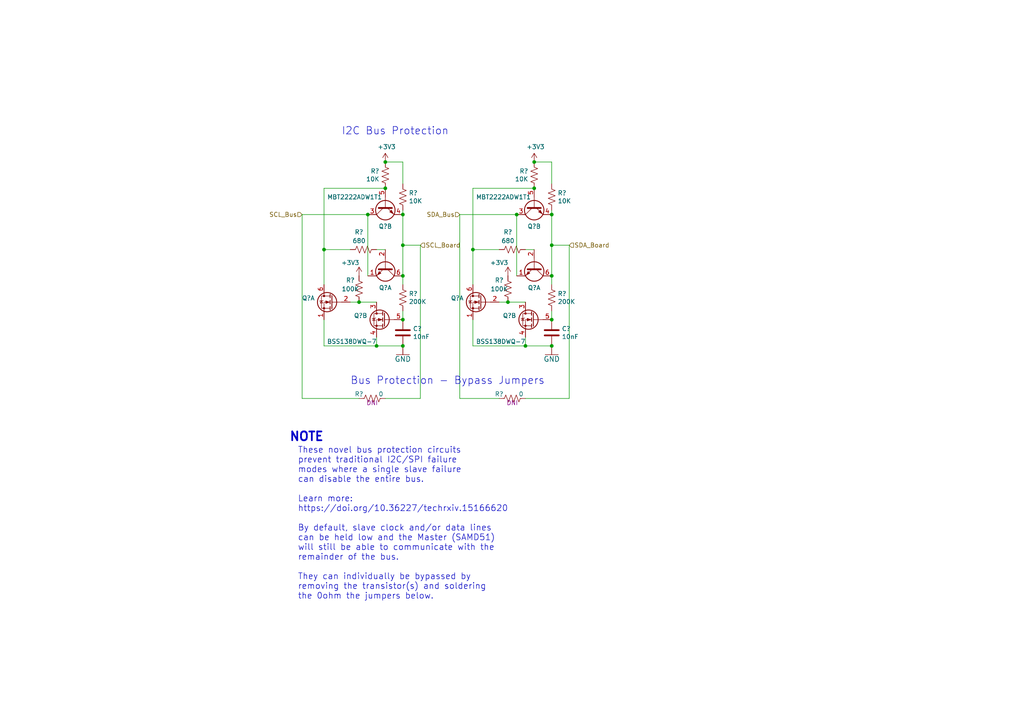
<source format=kicad_sch>
(kicad_sch (version 20230121) (generator eeschema)
  (paper "A4")
  (lib_symbols
    (symbol "Device:C" (pin_numbers hide) (pin_names (offset 0.254))
      (property "Reference" "C" (at 0.635 2.54 0))
      (property "Value" "C" (at 0.635 -2.54 0))
      (symbol "C_0_1"
        (polyline (pts (xy -2.032 -0.762) (xy 2.032 -0.762)) (stroke (width 0.508)))
        (polyline (pts (xy -2.032 0.762) (xy 2.032 0.762)) (stroke (width 0.508)))
      )
      (symbol "C_1_1"
        (pin passive line (at 0 3.81 270) (length 2.794) (name "~") (number "1"))
        (pin passive line (at 0 -3.81 90) (length 2.794) (name "~") (number "2"))
      )
    )
    (symbol "Device:R_US" (pin_numbers hide) (pin_names (offset 0))
      (property "Reference" "R" (at 2.54 0 90))
      (property "Value" "R_US" (at -2.54 0 90))
      (symbol "R_US_0_1"
        (polyline (pts (xy 0 -2.286) (xy 0 -2.54)))
        (polyline (pts (xy 0 2.286) (xy 0 2.54)))
        (polyline (pts (xy 0 -0.762) (xy 1.016 -1.143) (xy 0 -1.524) (xy -1.016 -1.905) (xy 0 -2.286)))
        (polyline (pts (xy 0 0.762) (xy 1.016 0.381) (xy 0 0) (xy -1.016 -0.381) (xy 0 -0.762)))
        (polyline (pts (xy 0 2.286) (xy 1.016 1.905) (xy 0 1.524) (xy -1.016 1.143) (xy 0 0.762)))
      )
      (symbol "R_US_1_1"
        (pin passive line (at 0 3.81 270) (length 1.27) (name "~") (number "1"))
        (pin passive line (at 0 -3.81 90) (length 1.27) (name "~") (number "2"))
      )
    )
    (symbol "Transistor_BJT:MBT2222ADW1T1" (pin_names (offset 0) hide)
      (property "Reference" "Q" (at 5.08 1.27 0))
      (property "Value" "MBT2222ADW1T1" (at 5.08 -1.27 0))
      (symbol "MBT2222ADW1T1_0_1"
        (polyline (pts (xy 0.635 0) (xy -2.54 0)))
        (polyline (pts (xy 0.635 0.635) (xy 2.54 2.54)))
        (polyline (pts (xy 0.635 -0.635) (xy 2.54 -2.54) (xy 2.54 -2.54)))
        (polyline (pts (xy 0.635 1.905) (xy 0.635 -1.905) (xy 0.635 -1.905)) (stroke (width 0.508)))
        (polyline (pts (xy 1.27 -1.778) (xy 1.778 -1.27) (xy 2.286 -2.286) (xy 1.27 -1.778) (xy 1.27 -1.778)) (fill (type outline)))
        (circle (center 1.27 0) (radius 2.8194) (stroke (width 0.254)))
      )
      (symbol "MBT2222ADW1T1_1_1"
        (pin passive line (at 2.54 -5.08 90) (length 2.54) (name "E1") (number "1"))
        (pin input line (at -5.08 0 0) (length 2.54) (name "B1") (number "2"))
        (pin passive line (at 2.54 5.08 270) (length 2.54) (name "C1") (number "6"))
      )
      (symbol "MBT2222ADW1T1_2_1"
        (pin passive line (at 2.54 5.08 270) (length 2.54) (name "C2") (number "3"))
        (pin passive line (at 2.54 -5.08 90) (length 2.54) (name "E2") (number "4"))
        (pin input line (at -5.08 0 0) (length 2.54) (name "B2") (number "5"))
      )
    )
    (symbol "mainboard:BSS138DWQ-7" (pin_names (offset 0.762) hide)
      (property "Reference" "Q" (at -2.54 5.08 0))
      (property "Value" "BSS138DWQ-7" (at 3.81 6.35 0))
      (symbol "BSS138DWQ-7_1_1"
        (polyline (pts (xy -1.016 0) (xy -3.81 0)))
        (polyline (pts (xy -1.016 1.905) (xy -1.016 -1.905)) (stroke (width 0.254)))
        (polyline (pts (xy -0.508 -1.27) (xy -0.508 -2.286)) (stroke (width 0.254)))
        (polyline (pts (xy -0.508 0.508) (xy -0.508 -0.508)) (stroke (width 0.254)))
        (polyline (pts (xy -0.508 2.286) (xy -0.508 1.27)) (stroke (width 0.254)))
        (polyline (pts (xy 1.27 2.54) (xy 1.27 1.778)))
        (polyline (pts (xy 1.27 -2.54) (xy 1.27 0) (xy -0.508 0)))
        (polyline (pts (xy -0.508 -1.778) (xy 2.032 -1.778) (xy 2.032 1.778) (xy -0.508 1.778)))
        (polyline (pts (xy -0.254 0) (xy 0.762 0.381) (xy 0.762 -0.381) (xy -0.254 0)) (fill (type outline)))
        (polyline (pts (xy 1.524 0.508) (xy 1.651 0.381) (xy 2.413 0.381) (xy 2.54 0.254)))
        (polyline (pts (xy 2.032 0.381) (xy 1.651 -0.254) (xy 2.413 -0.254) (xy 2.032 0.381)))
        (circle (center 0.381 0) (radius 2.794) (stroke (width 0.254)))
        (circle (center 1.27 -1.778) (radius 0.254) (fill (type outline)))
        (circle (center 1.27 1.778) (radius 0.254) (fill (type outline)))
        (pin passive line (at 1.27 -5.08 90) (length 2.54) (name "S2") (number "1"))
        (pin input line (at -6.35 0 0) (length 2.54) (name "G2") (number "2"))
        (pin passive line (at 1.27 5.08 270) (length 2.54) (name "D1") (number "6"))
      )
      (symbol "BSS138DWQ-7_2_1"
        (polyline (pts (xy -1.016 0) (xy -3.81 0)))
        (polyline (pts (xy -1.016 1.905) (xy -1.016 -1.905)) (stroke (width 0.254)))
        (polyline (pts (xy -0.508 -1.27) (xy -0.508 -2.286)) (stroke (width 0.254)))
        (polyline (pts (xy -0.508 0.508) (xy -0.508 -0.508)) (stroke (width 0.254)))
        (polyline (pts (xy -0.508 2.286) (xy -0.508 1.27)) (stroke (width 0.254)))
        (polyline (pts (xy 1.27 2.54) (xy 1.27 1.778)))
        (polyline (pts (xy 1.27 -2.54) (xy 1.27 0) (xy -0.508 0)))
        (polyline (pts (xy -0.508 -1.778) (xy 2.032 -1.778) (xy 2.032 1.778) (xy -0.508 1.778)))
        (polyline (pts (xy -0.254 0) (xy 0.762 0.381) (xy 0.762 -0.381) (xy -0.254 0)) (fill (type outline)))
        (polyline (pts (xy 1.524 0.508) (xy 1.651 0.381) (xy 2.413 0.381) (xy 2.54 0.254)))
        (polyline (pts (xy 2.032 0.381) (xy 1.651 -0.254) (xy 2.413 -0.254) (xy 2.032 0.381)))
        (circle (center 0.381 0) (radius 2.794) (stroke (width 0.254)))
        (circle (center 1.27 -1.778) (radius 0.254) (fill (type outline)))
        (circle (center 1.27 1.778) (radius 0.254) (fill (type outline)))
        (pin passive line (at 1.27 5.08 270) (length 2.54) (name "D2") (number "3"))
        (pin passive line (at 1.27 -5.08 90) (length 2.54) (name "S1") (number "4"))
        (pin input line (at -6.35 0 0) (length 2.54) (name "G1") (number "5"))
      )
    )
    (symbol "mainboard:GND" (power) (pin_names (offset 1.016))
      (property "Value" "GND" (at -2.54 -2.54 0))
      (symbol "GND_1_0"
        (polyline (pts (xy -1.905 0) (xy 1.905 0)))
        (pin power_in line (at 0 2.54 270) (length 2.54) (name "GND") (number "1"))
      )
    )
    (symbol "power:+3.3V" (power) (pin_names (offset 0))
      (property "Value" "+3.3V" (at 0 3.556 0))
      (symbol "+3.3V_0_1"
        (polyline (pts (xy -0.762 1.27) (xy 0 2.54)))
        (polyline (pts (xy 0 0) (xy 0 2.54)))
        (polyline (pts (xy 0 2.54) (xy 0.762 1.27)))
      )
      (symbol "+3.3V_1_1"
        (pin power_in line (at 0 0 90) (length 0) hide (name "+3V3") (number "1"))
      )
    )
  )
  (junction (at 111.76 46.99))
  (junction (at 104.14 87.63))
  (junction (at 109.22 100.33))
  (junction (at 147.32 87.63))
  (junction (at 93.98 72.39))
  (junction (at 106.68 62.23))
  (junction (at 160.02 80.01))
  (junction (at 116.84 71.12))
  (junction (at 149.86 62.23))
  (junction (at 116.84 62.23))
  (junction (at 111.76 54.61))
  (junction (at 154.94 46.99))
  (junction (at 160.02 71.12))
  (junction (at 152.4 100.33))
  (junction (at 160.02 100.33))
  (junction (at 116.84 80.01))
  (junction (at 116.84 100.33))
  (junction (at 116.84 92.71))
  (junction (at 160.02 62.23))
  (junction (at 154.94 54.61))
  (junction (at 137.16 72.39))
  (junction (at 160.02 92.71))
  (wire (pts (xy 109.22 97.79) (xy 109.22 100.33)))
  (wire (pts (xy 160.02 80.01) (xy 160.02 71.12)))
  (wire (pts (xy 160.02 46.99) (xy 154.94 46.99)))
  (wire (pts (xy 160.02 82.55) (xy 160.02 80.01)))
  (wire (pts (xy 144.78 115.57) (xy 133.35 115.57)))
  (wire (pts (xy 111.76 115.57) (xy 121.92 115.57)))
  (wire (pts (xy 116.84 60.96) (xy 116.84 62.23)))
  (wire (pts (xy 137.16 92.71) (xy 137.16 100.33)))
  (wire (pts (xy 109.22 87.63) (xy 104.14 87.63)))
  (wire (pts (xy 160.02 60.96) (xy 160.02 62.23)))
  (wire (pts (xy 111.76 72.39) (xy 109.22 72.39)))
  (wire (pts (xy 137.16 54.61) (xy 154.94 54.61)))
  (wire (pts (xy 149.86 62.23) (xy 149.86 80.01)))
  (wire (pts (xy 87.63 115.57) (xy 87.63 62.23)))
  (wire (pts (xy 93.98 72.39) (xy 93.98 54.61)))
  (wire (pts (xy 137.16 100.33) (xy 152.4 100.33)))
  (wire (pts (xy 160.02 53.34) (xy 160.02 46.99)))
  (wire (pts (xy 133.35 62.23) (xy 149.86 62.23)))
  (wire (pts (xy 137.16 82.55) (xy 137.16 72.39)))
  (wire (pts (xy 116.84 82.55) (xy 116.84 80.01)))
  (wire (pts (xy 137.16 72.39) (xy 144.78 72.39)))
  (wire (pts (xy 160.02 71.12) (xy 160.02 62.23)))
  (wire (pts (xy 109.22 100.33) (xy 116.84 100.33)))
  (wire (pts (xy 160.02 90.17) (xy 160.02 92.71)))
  (wire (pts (xy 87.63 62.23) (xy 106.68 62.23)))
  (wire (pts (xy 152.4 115.57) (xy 165.1 115.57)))
  (wire (pts (xy 116.84 71.12) (xy 116.84 62.23)))
  (wire (pts (xy 137.16 72.39) (xy 137.16 54.61)))
  (wire (pts (xy 152.4 87.63) (xy 147.32 87.63)))
  (wire (pts (xy 154.94 72.39) (xy 152.4 72.39)))
  (wire (pts (xy 116.84 80.01) (xy 116.84 71.12)))
  (wire (pts (xy 133.35 115.57) (xy 133.35 62.23)))
  (wire (pts (xy 104.14 115.57) (xy 87.63 115.57)))
  (wire (pts (xy 147.32 87.63) (xy 144.78 87.63)))
  (wire (pts (xy 93.98 82.55) (xy 93.98 72.39)))
  (wire (pts (xy 152.4 100.33) (xy 160.02 100.33)))
  (wire (pts (xy 116.84 46.99) (xy 111.76 46.99)))
  (wire (pts (xy 165.1 71.12) (xy 160.02 71.12)))
  (wire (pts (xy 165.1 115.57) (xy 165.1 71.12)))
  (wire (pts (xy 104.14 87.63) (xy 101.6 87.63)))
  (wire (pts (xy 93.98 54.61) (xy 111.76 54.61)))
  (wire (pts (xy 116.84 90.17) (xy 116.84 92.71)))
  (wire (pts (xy 93.98 72.39) (xy 101.6 72.39)))
  (wire (pts (xy 93.98 100.33) (xy 109.22 100.33)))
  (wire (pts (xy 106.68 62.23) (xy 106.68 80.01)))
  (wire (pts (xy 121.92 115.57) (xy 121.92 71.12)))
  (wire (pts (xy 116.84 53.34) (xy 116.84 46.99)))
  (wire (pts (xy 93.98 92.71) (xy 93.98 100.33)))
  (wire (pts (xy 121.92 71.12) (xy 116.84 71.12)))
  (wire (pts (xy 152.4 97.79) (xy 152.4 100.33)))
  (text "NOTE" (at 83.82 128.27 0) (effects (font (size 2.54 2.54) (thickness 0.508) bold) (justify left bottom)))
  (text "These novel bus protection circuits\nprevent traditional I2C/SPI failure \nmodes where a single slave failure\ncan disable the entire bus.\n\nLearn more: \nhttps://doi.org/10.36227/techrxiv.15166620\n\nBy default, slave clock and/or data lines \ncan be held low and the Master (SAMD51) \nwill still be able to communicate with the \nremainder of the bus.\n\nThey can individually be bypassed by \nremoving the transistor(s) and soldering\nthe 0ohm the jumpers below." (at 86.36 173.99 0) (effects (font (size 1.7526 1.7526)) (justify left bottom)))
  (text "Bus Protection - Bypass Jumpers" (at 101.6 111.76 0) (effects (font (size 2.159 2.159)) (justify left bottom)))
  (text "I2C Bus Protection" (at 99.06 39.37 0) (effects (font (size 2.159 2.159)) (justify left bottom)))
  (hierarchical_label "SCL_Board" (shape input) (at 121.92 71.12 0))
  (hierarchical_label "SCL_Bus" (shape input) (at 87.63 62.23 180))
  (hierarchical_label "SDA_Bus" (shape input) (at 133.35 62.23 180))
  (hierarchical_label "SDA_Board" (shape input) (at 165.1 71.12 0))
  (symbol (lib_id "Device:R_US") (at 148.59 72.39 270) (unit 1)
    (property "Reference" "R?" (at 147.32 67.31 90))
    (property "Value" "680" (at 147.32 69.85 90))
    (property "Footprint" "Resistor_SMD:R_0603_1608Metric" (effects hide))
    (property "Description" "680 0603" (effects hide))
    (instances (project "batteryboard" (path "" (reference "R?") (unit 1))) (project "solar-panel-side-X-minus" (path "" (reference "R72") (unit 1))))
  )
  (symbol (lib_id "Transistor_BJT:MBT2222ADW1T1") (at 154.94 77.47 270) (unit 1)
    (property "Reference" "Q?" (at 154.94 83.4644 90))
    (property "Value" "MBT2222ADW1T1" (effects hide))
    (property "Footprint" "Package_TO_SOT_SMD:SOT-363_SC-70-6" (effects hide))
    (property "Datasheet" "http://www.onsemi.com/pub_link/Collateral/MBT2222ADW1T1-D.PDF" (effects hide))
    (property "Description" "Dual NPN BJT - 2NPN" (effects hide))
    (property "Flight" "MBT2222ADW1T1G" (effects hide))
    (property "Manufacturer_Name" "ON Semiconductor" (effects hide))
    (property "Manufacturer_Part_Number" "MBT2222ADW1T1G" (effects hide))
    (property "Proto" "MBT2222ADW1T1G" (effects hide))
    (instances (project "batteryboard" (path "" (reference "Q?") (unit 1))) (project "solar-panel-side-X-minus" (path "" (reference "Q8") (unit 1))))
  )
  (symbol (lib_id "Device:R_US") (at 105.41 72.39 270) (unit 1)
    (property "Reference" "R?" (at 104.14 67.31 90))
    (property "Value" "680" (at 104.14 69.85 90))
    (property "Footprint" "Resistor_SMD:R_0603_1608Metric" (effects hide))
    (property "Description" "680 0603" (effects hide))
    (instances (project "batteryboard" (path "" (reference "R?") (unit 1))) (project "solar-panel-side-X-minus" (path "" (reference "R71") (unit 1))))
  )
  (symbol (lib_id "Device:C") (at 160.02 96.52 0) (unit 1)
    (property "Reference" "C?" (at 162.941 95.3516 0) (effects (justify left)))
    (property "Value" "10nF" (at 162.941 97.663 0) (effects (justify left)))
    (property "Footprint" "Capacitor_SMD:C_0603_1608Metric" (effects hide))
    (property "Description" "10nF +-10% 50V X7R" (effects hide))
    (instances (project "batteryboard" (path "" (reference "C?") (unit 1))) (project "solar-panel-side-X-minus" (path "" (reference "C40") (unit 1))))
  )
  (symbol (lib_id "Transistor_BJT:MBT2222ADW1T1") (at 111.76 59.69 90) (mirror x) (unit 2)
    (property "Reference" "Q?" (at 111.76 65.659 90))
    (property "Value" "MBT2222ADW1T1" (at 102.87 57.15 90))
    (property "Footprint" "Package_TO_SOT_SMD:SOT-363_SC-70-6" (effects hide))
    (property "Datasheet" "http://www.onsemi.com/pub_link/Collateral/MBT2222ADW1T1-D.PDF" (effects hide))
    (property "Description" "Dual NPN BJT - 2NPN" (effects hide))
    (property "Flight" "MBT2222ADW1T1G" (effects hide))
    (property "Manufacturer_Name" "ON Semiconductor" (effects hide))
    (property "Manufacturer_Part_Number" "MBT2222ADW1T1G" (effects hide))
    (property "Proto" "MBT2222ADW1T1G" (effects hide))
    (instances (project "batteryboard" (path "" (reference "Q?") (unit 2))) (project "solar-panel-side-X-minus" (path "" (reference "Q7") (unit 2))))
  )
  (symbol (lib_id "Device:R_US") (at 147.32 83.82 0) (unit 1)
    (property "Reference" "R?" (at 143.51 81.28 0) (effects (justify left)))
    (property "Value" "100K" (at 142.24 83.82 0) (effects (justify left)))
    (property "Footprint" "Resistor_SMD:R_0603_1608Metric" (effects hide))
    (property "Description" "100K 0603" (effects hide))
    (instances (project "batteryboard" (path "" (reference "R?") (unit 1))) (project "solar-panel-side-X-minus" (path "" (reference "R74") (unit 1))))
  )
  (symbol (lib_id "Device:R_US") (at 116.84 57.15 0) (unit 1)
    (property "Reference" "R?" (at 118.5672 55.9816 0) (effects (justify left)))
    (property "Value" "10K" (at 118.5672 58.293 0) (effects (justify left)))
    (property "Footprint" "Resistor_SMD:R_0603_1608Metric" (effects hide))
    (property "Description" "10K 0603" (effects hide))
    (instances (project "batteryboard" (path "" (reference "R?") (unit 1))) (project "solar-panel-side-X-minus" (path "" (reference "R66") (unit 1))))
  )
  (symbol (lib_id "mainboard:BSS138DWQ-7") (at 153.67 92.71 0) (mirror y) (unit 2)
    (property "Reference" "Q?" (at 149.733 91.5416 0) (effects (justify left)))
    (property "Value" "BSS138DWQ-7" (effects hide))
    (property "Footprint" "mainboard:BSS138DWQ-7" (effects hide))
    (property "Datasheet" "https://www.diodes.com/assets/Datasheets/BSS138DWQ.pdf" (effects hide))
    (property "Description" "MOSFET BSS Family" (effects hide))
    (property "Flight" "BSS138DWQ-7" (effects hide))
    (property "Manufacturer_Name" "Diodes Inc." (effects hide))
    (property "Manufacturer_Part_Number" "BSS138DWQ-7" (effects hide))
    (property "Proto" "BSS138DWQ-7" (effects hide))
    (property "Height" "1.1" (effects hide))
    (property "Mouser Part Number" "621-BSS138DWQ-7" (effects hide))
    (property "Mouser Price/Stock" "https://www.mouser.co.uk/ProductDetail/Diodes-Incorporated/BSS138DWQ-7?qs=nJRy1mI8RR9wz3YdMQOQIA%3D%3D" (effects hide))
    (instances (project "batteryboard" (path "" (reference "Q?") (unit 2))) (project "solar-panel-side-X-minus" (path "" (reference "Q13") (unit 2))))
  )
  (symbol (lib_id "Device:R_US") (at 154.94 50.8 0) (unit 1)
    (property "Reference" "R?" (at 153.2382 49.6316 0) (effects (justify right)))
    (property "Value" "10K" (at 153.2382 51.943 0) (effects (justify right)))
    (property "Footprint" "Resistor_SMD:R_0603_1608Metric" (effects hide))
    (property "Description" "10K 0603" (effects hide))
    (instances (project "batteryboard" (path "" (reference "R?") (unit 1))) (project "solar-panel-side-X-minus" (path "" (reference "R62") (unit 1))))
  )
  (symbol (lib_id "mainboard:BSS138DWQ-7") (at 95.25 87.63 0) (mirror y) (unit 1)
    (property "Reference" "Q?" (at 91.313 86.4616 0) (effects (justify left)))
    (property "Value" "BSS138DWQ-7" (at 109.22 99.06 0) (effects (justify left)))
    (property "Footprint" "mainboard:BSS138DWQ-7" (effects hide))
    (property "Datasheet" "https://www.diodes.com/assets/Datasheets/BSS138DWQ.pdf" (effects hide))
    (property "Description" "MOSFET BSS Family" (effects hide))
    (property "Flight" "BSS138DWQ-7" (effects hide))
    (property "Manufacturer_Name" "Diodes Inc." (effects hide))
    (property "Manufacturer_Part_Number" "BSS138DWQ-7" (effects hide))
    (property "Proto" "BSS138DWQ-7" (effects hide))
    (property "Height" "1.1" (effects hide))
    (property "Mouser Part Number" "621-BSS138DWQ-7" (effects hide))
    (property "Mouser Price/Stock" "https://www.mouser.co.uk/ProductDetail/Diodes-Incorporated/BSS138DWQ-7?qs=nJRy1mI8RR9wz3YdMQOQIA%3D%3D" (effects hide))
    (instances (project "batteryboard" (path "" (reference "Q?") (unit 1))) (project "solar-panel-side-X-minus" (path "" (reference "Q12") (unit 1))))
  )
  (symbol (lib_id "power:+3.3V") (at 111.76 46.99 0) (unit 1)
    (property "Reference" "#PWR?" (effects hide))
    (property "Value" "+3.3V" (at 112.141 42.5958 0))
    (instances (project "batteryboard" (path "" (reference "#PWR?") (unit 1))) (project "solar-panel-side-X-minus" (path "" (reference "#PWR0105") (unit 1))))
  )
  (symbol (lib_id "Device:C") (at 116.84 96.52 0) (unit 1)
    (property "Reference" "C?" (at 119.761 95.3516 0) (effects (justify left)))
    (property "Value" "10nF" (at 119.761 97.663 0) (effects (justify left)))
    (property "Footprint" "Capacitor_SMD:C_0603_1608Metric" (effects hide))
    (property "Description" "10nF +-10% 50V X7R" (effects hide))
    (instances (project "batteryboard" (path "" (reference "C?") (unit 1))) (project "solar-panel-side-X-minus" (path "" (reference "C8") (unit 1))))
  )
  (symbol (lib_id "mainboard:BSS138DWQ-7") (at 138.43 87.63 0) (mirror y) (unit 1)
    (property "Reference" "Q?" (at 134.493 86.4616 0) (effects (justify left)))
    (property "Value" "BSS138DWQ-7" (at 152.4 99.06 0) (effects (justify left)))
    (property "Footprint" "mainboard:BSS138DWQ-7" (effects hide))
    (property "Datasheet" "https://www.diodes.com/assets/Datasheets/BSS138DWQ.pdf" (effects hide))
    (property "Description" "MOSFET BSS Family" (effects hide))
    (property "Flight" "BSS138DWQ-7" (effects hide))
    (property "Manufacturer_Name" "Diodes Inc." (effects hide))
    (property "Manufacturer_Part_Number" "BSS138DWQ-7" (effects hide))
    (property "Proto" "BSS138DWQ-7" (effects hide))
    (property "Height" "1.1" (effects hide))
    (property "Mouser Part Number" "621-BSS138DWQ-7" (effects hide))
    (property "Mouser Price/Stock" "https://www.mouser.co.uk/ProductDetail/Diodes-Incorporated/BSS138DWQ-7?qs=nJRy1mI8RR9wz3YdMQOQIA%3D%3D" (effects hide))
    (instances (project "batteryboard" (path "" (reference "Q?") (unit 1))) (project "solar-panel-side-X-minus" (path "" (reference "Q13") (unit 1))))
  )
  (symbol (lib_id "Device:R_US") (at 107.95 115.57 270) (unit 1)
    (property "Reference" "R?" (at 104.14 114.3 90))
    (property "Value" "0" (at 110.49 114.3 90))
    (property "Footprint" "Resistor_SMD:R_0603_1608Metric" (effects hide))
    (property "DNI" "DNI" (at 107.95 116.84 90))
    (property "Description" "0 0603" (effects hide))
    (instances (project "batteryboard" (path "" (reference "R?") (unit 1))) (project "solar-panel-side-X-minus" (path "" (reference "R97") (unit 1))))
  )
  (symbol (lib_id "mainboard:BSS138DWQ-7") (at 110.49 92.71 0) (mirror y) (unit 2)
    (property "Reference" "Q?" (at 106.553 91.5416 0) (effects (justify left)))
    (property "Value" "BSS138DWQ-7" (effects hide))
    (property "Footprint" "mainboard:BSS138DWQ-7" (effects hide))
    (property "Datasheet" "https://www.diodes.com/assets/Datasheets/BSS138DWQ.pdf" (effects hide))
    (property "Description" "MOSFET BSS Family" (effects hide))
    (property "Flight" "BSS138DWQ-7" (effects hide))
    (property "Manufacturer_Name" "Diodes Inc." (effects hide))
    (property "Manufacturer_Part_Number" "BSS138DWQ-7" (effects hide))
    (property "Proto" "BSS138DWQ-7" (effects hide))
    (property "Height" "1.1" (effects hide))
    (property "Mouser Part Number" "621-BSS138DWQ-7" (effects hide))
    (property "Mouser Price/Stock" "https://www.mouser.co.uk/ProductDetail/Diodes-Incorporated/BSS138DWQ-7?qs=nJRy1mI8RR9wz3YdMQOQIA%3D%3D" (effects hide))
    (instances (project "batteryboard" (path "" (reference "Q?") (unit 2))) (project "solar-panel-side-X-minus" (path "" (reference "Q12") (unit 2))))
  )
  (symbol (lib_id "power:+3.3V") (at 147.32 80.01 0) (unit 1)
    (property "Reference" "#PWR?" (effects hide))
    (property "Value" "+3.3V" (at 144.78 76.2 0))
    (instances (project "batteryboard" (path "" (reference "#PWR?") (unit 1))) (project "solar-panel-side-X-minus" (path "" (reference "#PWR0106") (unit 1))))
  )
  (symbol (lib_id "mainboard:GND") (at 160.02 102.87 0) (unit 1)
    (property "Reference" "#GND?" (effects hide))
    (property "Value" "GND" (at 160.02 104.14 0) (effects (font (size 1.4986 1.4986))))
    (instances (project "batteryboard" (path "" (reference "#GND?") (unit 1))) (project "solar-panel-side-X-minus" (path "" (reference "#GND046") (unit 1))))
  )
  (symbol (lib_id "power:+3.3V") (at 104.14 80.01 0) (unit 1)
    (property "Reference" "#PWR?" (effects hide))
    (property "Value" "+3.3V" (at 101.6 76.2 0))
    (instances (project "batteryboard" (path "" (reference "#PWR?") (unit 1))) (project "solar-panel-side-X-minus" (path "" (reference "#PWR0107") (unit 1))))
  )
  (symbol (lib_id "Device:R_US") (at 104.14 83.82 0) (unit 1)
    (property "Reference" "R?" (at 100.33 81.28 0) (effects (justify left)))
    (property "Value" "100K" (at 99.06 83.82 0) (effects (justify left)))
    (property "Footprint" "Resistor_SMD:R_0603_1608Metric" (effects hide))
    (property "Description" "100K 0603" (effects hide))
    (instances (project "batteryboard" (path "" (reference "R?") (unit 1))) (project "solar-panel-side-X-minus" (path "" (reference "R73") (unit 1))))
  )
  (symbol (lib_id "Device:R_US") (at 160.02 57.15 0) (unit 1)
    (property "Reference" "R?" (at 161.7472 55.9816 0) (effects (justify left)))
    (property "Value" "10K" (at 161.7472 58.293 0) (effects (justify left)))
    (property "Footprint" "Resistor_SMD:R_0603_1608Metric" (effects hide))
    (property "Description" "10K 0603" (effects hide))
    (instances (project "batteryboard" (path "" (reference "R?") (unit 1))) (project "solar-panel-side-X-minus" (path "" (reference "R67") (unit 1))))
  )
  (symbol (lib_id "power:+3.3V") (at 154.94 46.99 0) (unit 1)
    (property "Reference" "#PWR?" (effects hide))
    (property "Value" "+3.3V" (at 155.321 42.5958 0))
    (instances (project "batteryboard" (path "" (reference "#PWR?") (unit 1))) (project "solar-panel-side-X-minus" (path "" (reference "#PWR0104") (unit 1))))
  )
  (symbol (lib_id "mainboard:GND") (at 116.84 102.87 0) (unit 1)
    (property "Reference" "#GND?" (effects hide))
    (property "Value" "GND" (at 116.84 104.14 0) (effects (font (size 1.4986 1.4986))))
    (instances (project "batteryboard" (path "" (reference "#GND?") (unit 1))) (project "solar-panel-side-X-minus" (path "" (reference "#GND045") (unit 1))))
  )
  (symbol (lib_id "Device:R_US") (at 148.59 115.57 270) (unit 1)
    (property "Reference" "R?" (at 144.78 114.3 90))
    (property "Value" "0" (at 151.13 114.3 90))
    (property "Footprint" "Resistor_SMD:R_0603_1608Metric" (effects hide))
    (property "DNI" "DNI" (at 148.59 116.84 90))
    (property "Description" "0 0603" (effects hide))
    (instances (project "batteryboard" (path "" (reference "R?") (unit 1))) (project "solar-panel-side-X-minus" (path "" (reference "R98") (unit 1))))
  )
  (symbol (lib_id "Transistor_BJT:MBT2222ADW1T1") (at 154.94 59.69 90) (mirror x) (unit 2)
    (property "Reference" "Q?" (at 154.94 65.659 90))
    (property "Value" "MBT2222ADW1T1" (at 146.05 57.15 90))
    (property "Footprint" "Package_TO_SOT_SMD:SOT-363_SC-70-6" (effects hide))
    (property "Datasheet" "http://www.onsemi.com/pub_link/Collateral/MBT2222ADW1T1-D.PDF" (effects hide))
    (property "Description" "Dual NPN BJT - 2NPN" (effects hide))
    (property "Flight" "MBT2222ADW1T1G" (effects hide))
    (property "Manufacturer_Name" "ON Semiconductor" (effects hide))
    (property "Manufacturer_Part_Number" "MBT2222ADW1T1G" (effects hide))
    (property "Proto" "MBT2222ADW1T1G" (effects hide))
    (instances (project "batteryboard" (path "" (reference "Q?") (unit 2))) (project "solar-panel-side-X-minus" (path "" (reference "Q8") (unit 2))))
  )
  (symbol (lib_id "Device:R_US") (at 116.84 86.36 0) (unit 1)
    (property "Reference" "R?" (at 118.5672 85.1916 0) (effects (justify left)))
    (property "Value" "200K" (at 118.5672 87.503 0) (effects (justify left)))
    (property "Footprint" "Resistor_SMD:R_0603_1608Metric" (effects hide))
    (property "Description" "200K 0603" (effects hide))
    (instances (project "batteryboard" (path "" (reference "R?") (unit 1))) (project "solar-panel-side-X-minus" (path "" (reference "R75") (unit 1))))
  )
  (symbol (lib_id "Device:R_US") (at 160.02 86.36 0) (unit 1)
    (property "Reference" "R?" (at 161.7472 85.1916 0) (effects (justify left)))
    (property "Value" "200K" (at 161.7472 87.503 0) (effects (justify left)))
    (property "Footprint" "Resistor_SMD:R_0603_1608Metric" (effects hide))
    (property "Description" "200K 0603" (effects hide))
    (instances (project "batteryboard" (path "" (reference "R?") (unit 1))) (project "solar-panel-side-X-minus" (path "" (reference "R76") (unit 1))))
  )
  (symbol (lib_id "Device:R_US") (at 111.76 50.8 0) (unit 1)
    (property "Reference" "R?" (at 110.0582 49.6316 0) (effects (justify right)))
    (property "Value" "10K" (at 110.0582 51.943 0) (effects (justify right)))
    (property "Footprint" "Resistor_SMD:R_0603_1608Metric" (effects hide))
    (property "Description" "10K 0603" (effects hide))
    (instances (project "batteryboard" (path "" (reference "R?") (unit 1))) (project "solar-panel-side-X-minus" (path "" (reference "R61") (unit 1))))
  )
  (symbol (lib_id "Transistor_BJT:MBT2222ADW1T1") (at 111.76 77.47 270) (unit 1)
    (property "Reference" "Q?" (at 111.76 83.4644 90))
    (property "Value" "MBT2222ADW1T1" (effects hide))
    (property "Footprint" "Package_TO_SOT_SMD:SOT-363_SC-70-6" (effects hide))
    (property "Datasheet" "http://www.onsemi.com/pub_link/Collateral/MBT2222ADW1T1-D.PDF" (effects hide))
    (property "Description" "Dual NPN BJT - 2NPN" (effects hide))
    (property "Flight" "MBT2222ADW1T1G" (effects hide))
    (property "Manufacturer_Name" "ON Semiconductor" (effects hide))
    (property "Manufacturer_Part_Number" "MBT2222ADW1T1G" (effects hide))
    (property "Proto" "MBT2222ADW1T1G" (effects hide))
    (instances (project "batteryboard" (path "" (reference "Q?") (unit 1))) (project "solar-panel-side-X-minus" (path "" (reference "Q7") (unit 1))))
  )
)
</source>
